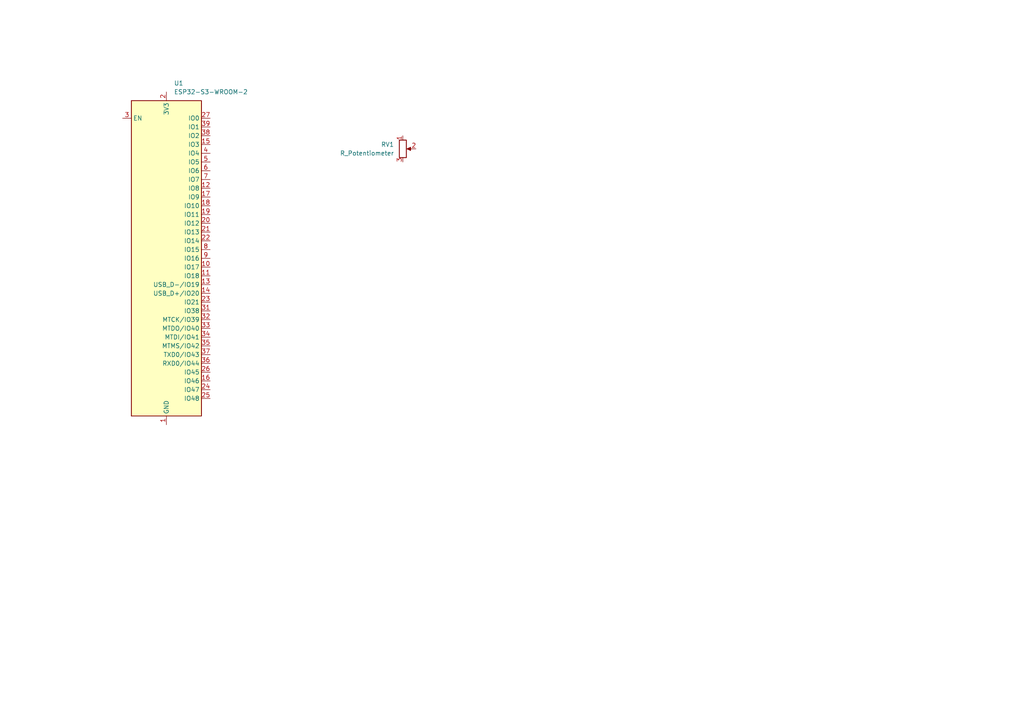
<source format=kicad_sch>
(kicad_sch (version 20231120) (generator "eeschema") (generator_version "8.0")
  (paper "A4")
  (lib_symbols
    (symbol "Device:R_Potentiometer" (pin_names (offset 1.016) hide)
      (property "Reference" "RV" (at -4.445 0 90))
      (property "Value" "R_Potentiometer" (at -2.54 0 90))
      (symbol "R_Potentiometer_0_1"
        (polyline (pts (xy 2.54 0) (xy 1.524 0)))
        (polyline (pts (xy 1.143 0) (xy 2.286 0.508) (xy 2.286 -0.508) (xy 1.143 0)) (fill (type outline)))
        (rectangle (start 1.016 2.54) (end -1.016 -2.54) (stroke (width 0.254)))
      )
      (symbol "R_Potentiometer_1_1"
        (pin passive line (at 0 3.81 270) (length 1.27) (name "1") (number "1"))
        (pin passive line (at 3.81 0 180) (length 1.27) (name "2") (number "2"))
        (pin passive line (at 0 -3.81 90) (length 1.27) (name "3") (number "3"))
      )
    )
    (symbol "RF_Module:ESP32-S3-WROOM-2"
      (property "Reference" "U" (at -10.16 45.72 0))
      (property "Value" "ESP32-S3-WROOM-2" (at 2.54 45.72 0))
      (symbol "ESP32-S3-WROOM-2_0_1"
        (rectangle (start -10.16 45.72) (end 10.16 -45.72) (stroke (width 0.254)) (fill (type background)))
      )
      (symbol "ESP32-S3-WROOM-2_1_1"
        (pin power_in line (at 0 -48.26 90) (length 2.54) (name "GND") (number "1"))
        (pin bidirectional line (at 12.7 -2.54 180) (length 2.54) (name "IO17") (number "10"))
        (pin bidirectional line (at 12.7 -5.08 180) (length 2.54) (name "IO18") (number "11"))
        (pin bidirectional line (at 12.7 20.32 180) (length 2.54) (name "IO8") (number "12"))
        (pin bidirectional line (at 12.7 -7.62 180) (length 2.54) (name "USB_D-/IO19") (number "13"))
        (pin bidirectional line (at 12.7 -10.16 180) (length 2.54) (name "USB_D+/IO20") (number "14"))
        (pin bidirectional line (at 12.7 33.02 180) (length 2.54) (name "IO3") (number "15"))
        (pin bidirectional line (at 12.7 -35.56 180) (length 2.54) (name "IO46") (number "16"))
        (pin bidirectional line (at 12.7 17.78 180) (length 2.54) (name "IO9") (number "17"))
        (pin bidirectional line (at 12.7 15.24 180) (length 2.54) (name "IO10") (number "18"))
        (pin bidirectional line (at 12.7 12.7 180) (length 2.54) (name "IO11") (number "19"))
        (pin power_in line (at 0 48.26 270) (length 2.54) (name "3V3") (number "2"))
        (pin bidirectional line (at 12.7 10.16 180) (length 2.54) (name "IO12") (number "20"))
        (pin bidirectional line (at 12.7 7.62 180) (length 2.54) (name "IO13") (number "21"))
        (pin bidirectional line (at 12.7 5.08 180) (length 2.54) (name "IO14") (number "22"))
        (pin bidirectional line (at 12.7 -12.7 180) (length 2.54) (name "IO21") (number "23"))
        (pin bidirectional line (at 12.7 -38.1 180) (length 2.54) (name "IO47") (number "24"))
        (pin bidirectional line (at 12.7 -40.64 180) (length 2.54) (name "IO48") (number "25"))
        (pin bidirectional line (at 12.7 -33.02 180) (length 2.54) (name "IO45") (number "26"))
        (pin bidirectional line (at 12.7 40.64 180) (length 2.54) (name "IO0") (number "27"))
        (pin no_connect line (at -10.16 -35.56 0) (length 2.54) hide (name "NC") (number "28"))
        (pin no_connect line (at -10.16 -38.1 0) (length 2.54) hide (name "NC") (number "29"))
        (pin input line (at -12.7 40.64 0) (length 2.54) (name "EN") (number "3"))
        (pin no_connect line (at -10.16 -40.64 0) (length 2.54) hide (name "NC") (number "30"))
        (pin bidirectional line (at 12.7 -15.24 180) (length 2.54) (name "IO38") (number "31"))
        (pin bidirectional line (at 12.7 -17.78 180) (length 2.54) (name "MTCK/IO39") (number "32"))
        (pin bidirectional line (at 12.7 -20.32 180) (length 2.54) (name "MTDO/IO40") (number "33"))
        (pin bidirectional line (at 12.7 -22.86 180) (length 2.54) (name "MTDI/IO41") (number "34"))
        (pin bidirectional line (at 12.7 -25.4 180) (length 2.54) (name "MTMS/IO42") (number "35"))
        (pin bidirectional line (at 12.7 -30.48 180) (length 2.54) (name "RXD0/IO44") (number "36"))
        (pin bidirectional line (at 12.7 -27.94 180) (length 2.54) (name "TXD0/IO43") (number "37"))
        (pin bidirectional line (at 12.7 35.56 180) (length 2.54) (name "IO2") (number "38"))
        (pin bidirectional line (at 12.7 38.1 180) (length 2.54) (name "IO1") (number "39"))
        (pin bidirectional line (at 12.7 30.48 180) (length 2.54) (name "IO4") (number "4"))
        (pin passive line (at 0 -48.26 90) (length 2.54) hide (name "GND") (number "40"))
        (pin passive line (at 0 -48.26 90) (length 2.54) hide (name "GND") (number "41"))
        (pin bidirectional line (at 12.7 27.94 180) (length 2.54) (name "IO5") (number "5"))
        (pin bidirectional line (at 12.7 25.4 180) (length 2.54) (name "IO6") (number "6"))
        (pin bidirectional line (at 12.7 22.86 180) (length 2.54) (name "IO7") (number "7"))
        (pin bidirectional line (at 12.7 2.54 180) (length 2.54) (name "IO15") (number "8"))
        (pin bidirectional line (at 12.7 0 180) (length 2.54) (name "IO16") (number "9"))
      )
    )
  )
  (symbol (lib_id "RF_Module:ESP32-S3-WROOM-2") (at 48.26 74.93 0) (unit 1)
    (property "Reference" "U1" (at 50.4541 24.13 0) (effects (justify left)))
    (property "Value" "ESP32-S3-WROOM-2" (at 50.4541 26.67 0) (effects (justify left)))
    (property "Footprint" "RF_Module:ESP32-S3-WROOM-2" (effects (hide yes)))
    (property "Datasheet" "https://www.espressif.com/sites/default/files/documentation/esp32-s3-wroom-2_datasheet_en.pdf" (effects (hide yes)))
    (property "Description" "RF Module, 2.4 GHz, Wi­-Fi, Bluetooth, BLE, ESP32­-S3R8V" (effects (hide yes)))
  )
  (symbol (lib_id "Device:R_Potentiometer") (at 116.84 43.18 0) (unit 1)
    (property "Reference" "RV1" (at 114.3 41.9099 0) (effects (justify right)))
    (property "Value" "R_Potentiometer" (at 114.3 44.4499 0) (effects (justify right)))
    (property "Description" "Potentiometer" (effects (hide yes)))
  )
)
</source>
